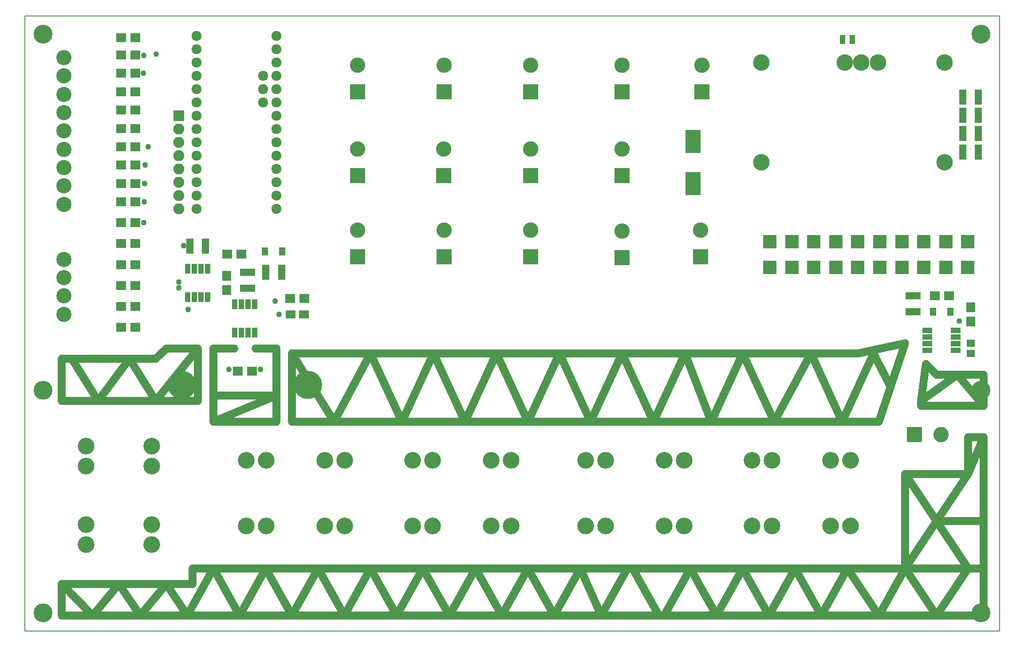
<source format=gbr>
G04 #@! TF.FileFunction,Soldermask,Top*
%FSLAX46Y46*%
G04 Gerber Fmt 4.6, Leading zero omitted, Abs format (unit mm)*
G04 Created by KiCad (PCBNEW 4.0.5) date 05/10/17 18:46:16*
%MOMM*%
%LPD*%
G01*
G04 APERTURE LIST*
%ADD10C,0.100000*%
%ADD11C,1.500000*%
%ADD12C,0.150000*%
%ADD13C,5.400000*%
%ADD14R,2.940000X2.940000*%
%ADD15C,2.940000*%
%ADD16C,3.600000*%
%ADD17O,1.924000X1.924000*%
%ADD18R,1.950000X1.000000*%
%ADD19R,1.000000X1.950000*%
%ADD20R,2.525980X2.525980*%
%ADD21C,3.200000*%
%ADD22R,1.700000X1.900000*%
%ADD23R,1.900000X1.700000*%
%ADD24R,2.900000X1.400000*%
%ADD25R,1.400000X2.900000*%
%ADD26R,1.300000X1.600000*%
%ADD27C,2.900000*%
%ADD28R,1.900000X1.650000*%
%ADD29R,2.100000X2.100000*%
%ADD30O,2.100000X2.100000*%
%ADD31R,2.900000X4.400000*%
%ADD32R,1.100000X1.700000*%
%ADD33C,3.150000*%
%ADD34R,1.650000X1.400000*%
%ADD35C,1.085800*%
G04 APERTURE END LIST*
D10*
D11*
X39623000Y68538000D02*
X13623000Y68538000D01*
X13623000Y76538000D02*
X31623000Y76538000D01*
X13623000Y68538000D02*
X13623000Y76538000D01*
X42623000Y64538000D02*
X54623000Y69538000D01*
X42623000Y64538000D02*
X54623000Y64538000D01*
X54623000Y69538000D02*
X42623000Y69538000D01*
X54623000Y78538000D02*
X54623000Y64538000D01*
X42623000Y78538000D02*
X42623000Y64538000D01*
X43623000Y78538000D02*
X42623000Y78538000D01*
X20623000Y68538000D02*
X15623000Y76538000D01*
X26623000Y76538000D02*
X20623000Y68538000D01*
X31623000Y68538000D02*
X26623000Y76538000D01*
X39623000Y78538000D02*
X31623000Y68538000D01*
X33623000Y78538000D02*
X39623000Y78538000D01*
X31623000Y76538000D02*
X33623000Y78538000D01*
X39623000Y78538000D02*
X39623000Y68538000D01*
X46623000Y78538000D02*
X43623000Y78538000D01*
X50623000Y78538000D02*
X54623000Y78538000D01*
X186623000Y54538000D02*
X189623000Y61538000D01*
X186623000Y54538000D02*
X174623000Y54538000D01*
X186623000Y57538000D02*
X186623000Y54538000D01*
X186623000Y61538000D02*
X186623000Y57538000D01*
X189623000Y61538000D02*
X186623000Y61538000D01*
X189623000Y54538000D02*
X189623000Y61538000D01*
X184623000Y73538000D02*
X189623000Y67538000D01*
X177623000Y68538000D02*
X184623000Y73538000D01*
X177623000Y67538000D02*
X177623000Y68538000D01*
X189623000Y67538000D02*
X177623000Y67538000D01*
X189623000Y73538000D02*
X189623000Y67538000D01*
X180623000Y73538000D02*
X189623000Y73538000D01*
X178623000Y75538000D02*
X180623000Y73538000D01*
X177623000Y68538000D02*
X178623000Y75538000D01*
X168623000Y77538000D02*
X171623000Y71538000D01*
X162623000Y64538000D02*
X168623000Y77538000D01*
X156623000Y77538000D02*
X162623000Y64538000D01*
X149623000Y64538000D02*
X156623000Y77538000D01*
X143623000Y77538000D02*
X149623000Y64538000D01*
X137623000Y64538000D02*
X143623000Y77538000D01*
X132623000Y77538000D02*
X137623000Y64538000D01*
X126623000Y64538000D02*
X132623000Y77538000D01*
X120623000Y77538000D02*
X126623000Y64538000D01*
X114623000Y64538000D02*
X120623000Y77538000D01*
X108623000Y77538000D02*
X114623000Y64538000D01*
X102623000Y64538000D02*
X108623000Y77538000D01*
X96623000Y77538000D02*
X102623000Y64538000D01*
X90623000Y64538000D02*
X96623000Y77538000D01*
X84623000Y77538000D02*
X90623000Y64538000D01*
X78623000Y64538000D02*
X84623000Y77538000D01*
X72623000Y77538000D02*
X78623000Y64538000D01*
X65623000Y64538000D02*
X72623000Y77538000D01*
X57623000Y77538000D02*
X65623000Y64538000D01*
X165623000Y77538000D02*
X57623000Y77538000D01*
X174623000Y79538000D02*
X165623000Y77538000D01*
X169623000Y64538000D02*
X174623000Y79538000D01*
X57623000Y64538000D02*
X169623000Y64538000D01*
X57623000Y77538000D02*
X57623000Y64538000D01*
X186623000Y36538000D02*
X180623000Y27538000D01*
X180623000Y45538000D02*
X189623000Y45538000D01*
X180623000Y45538000D02*
X186623000Y54538000D01*
X180623000Y45538000D02*
X174623000Y54538000D01*
X180623000Y45538000D02*
X186623000Y36538000D01*
X180623000Y45538000D02*
X174623000Y36538000D01*
X174623000Y36538000D02*
X189623000Y36538000D01*
X174623000Y36538000D02*
X180623000Y27538000D01*
X169623000Y27538000D02*
X174623000Y36538000D01*
X163623000Y36538000D02*
X169623000Y27538000D01*
X158623000Y27538000D02*
X163623000Y36538000D01*
X153623000Y36538000D02*
X158623000Y27538000D01*
X148623000Y27538000D02*
X153623000Y36538000D01*
X143623000Y36538000D02*
X148623000Y27538000D01*
X138623000Y27538000D02*
X143623000Y36538000D01*
X133623000Y36538000D02*
X138623000Y27538000D01*
X128623000Y27538000D02*
X133623000Y36538000D01*
X122623000Y36538000D02*
X127623000Y27538000D01*
X116623000Y27538000D02*
X121623000Y36538000D01*
X112623000Y36538000D02*
X116623000Y27538000D01*
X107623000Y27538000D02*
X112623000Y36538000D01*
X102623000Y36538000D02*
X107623000Y27538000D01*
X97623000Y27538000D02*
X102623000Y36538000D01*
X92623000Y36538000D02*
X97623000Y27538000D01*
X87623000Y27538000D02*
X92623000Y36538000D01*
X82623000Y36538000D02*
X87623000Y27538000D01*
X77623000Y27538000D02*
X82623000Y36538000D01*
X72623000Y36538000D02*
X77623000Y27538000D01*
X67623000Y27538000D02*
X72623000Y36538000D01*
X62623000Y36538000D02*
X67623000Y27538000D01*
X57623000Y27538000D02*
X62623000Y36538000D01*
X52623000Y36538000D02*
X57623000Y27538000D01*
X47623000Y27538000D02*
X52623000Y36538000D01*
X42623000Y36538000D02*
X47623000Y27538000D01*
X37623000Y27538000D02*
X42623000Y36538000D01*
X33623000Y33538000D02*
X37623000Y27538000D01*
X28623000Y27538000D02*
X33623000Y33538000D01*
X24623000Y33538000D02*
X28623000Y27538000D01*
X19623000Y27538000D02*
X24623000Y33538000D01*
X13623000Y33538000D02*
X19623000Y27538000D01*
X38623000Y33538000D02*
X13623000Y33538000D01*
X38623000Y36538000D02*
X38623000Y33538000D01*
X174623000Y36538000D02*
X38623000Y36538000D01*
X174623000Y54538000D02*
X174623000Y36538000D01*
X189623000Y27538000D02*
X189623000Y54538000D01*
X13623000Y27538000D02*
X189623000Y27538000D01*
X13623000Y27538000D02*
X13623000Y33538000D01*
D12*
X192623000Y24538000D02*
X192623000Y142038000D01*
X6623000Y24538000D02*
X192623000Y24538000D01*
X6623000Y142038000D02*
X6623000Y24538000D01*
X192623000Y142038000D02*
X6623000Y142038000D01*
D13*
X60623000Y71538000D03*
D14*
X135623000Y95998000D03*
D15*
X135623000Y101078000D03*
D14*
X86623000Y95998000D03*
D15*
X86623000Y101078000D03*
D16*
X10123000Y70538000D03*
X189123000Y70538000D03*
D17*
X54668000Y105138000D03*
X39428000Y105138000D03*
X54668000Y110218000D03*
X54668000Y112758000D03*
X54668000Y107678000D03*
X39428000Y107678000D03*
X39428000Y110218000D03*
X54668000Y120378000D03*
X39428000Y112758000D03*
X54668000Y117838000D03*
X39428000Y115298000D03*
X54668000Y122918000D03*
X52123000Y127998000D03*
X54668000Y115298000D03*
X52123000Y130538000D03*
X54668000Y133078000D03*
X39428000Y120378000D03*
X52123000Y125458000D03*
X54668000Y138158000D03*
X54668000Y135618000D03*
X39428000Y122918000D03*
X39428000Y125458000D03*
X39428000Y138158000D03*
X39428000Y127998000D03*
X39428000Y117838000D03*
X39428000Y130538000D03*
X39428000Y133078000D03*
X39428000Y135618000D03*
X54668000Y127998000D03*
X54668000Y125458000D03*
X54668000Y130538000D03*
D18*
X178843000Y81953000D03*
X178843000Y80683000D03*
X178843000Y79413000D03*
X178843000Y78143000D03*
X184243000Y78143000D03*
X184243000Y79413000D03*
X184243000Y80683000D03*
X184243000Y81953000D03*
D19*
X46713000Y81538000D03*
X47983000Y81538000D03*
X49253000Y81538000D03*
X50523000Y81538000D03*
X50523000Y86938000D03*
X49253000Y86938000D03*
X47983000Y86938000D03*
X46713000Y86938000D03*
D20*
X186583560Y94001500D03*
X186583560Y98865600D03*
X182382400Y94001500D03*
X182382400Y98865600D03*
X178183780Y94001500D03*
X178183780Y98865600D03*
X173982620Y94001500D03*
X173982620Y98865600D03*
X169784000Y94001500D03*
X169784000Y98865600D03*
X165582840Y94001500D03*
X165582840Y98865600D03*
X161384220Y94001500D03*
X161384220Y98865600D03*
X157183060Y94001500D03*
X157183060Y98865600D03*
X152984440Y94001500D03*
X152984440Y98865600D03*
X148783280Y94001500D03*
X148788360Y98865600D03*
D21*
X113632847Y57136163D03*
X117432847Y57136163D03*
X113632847Y44636163D03*
X117432847Y44636163D03*
X128632847Y57136163D03*
X132432847Y57136163D03*
X128632847Y44636163D03*
X132432847Y44636163D03*
X48862847Y57136163D03*
X52662847Y57136163D03*
X48862847Y44636163D03*
X52662847Y44636163D03*
X63862847Y57136163D03*
X67662847Y57136163D03*
X63862847Y44636163D03*
X67662847Y44636163D03*
X80602847Y57136163D03*
X84402847Y57136163D03*
X80602847Y44636163D03*
X84402847Y44636163D03*
X95602847Y57136163D03*
X99402847Y57136163D03*
X95602847Y44636163D03*
X99402847Y44636163D03*
X145382847Y57136163D03*
X149182847Y57136163D03*
X145382847Y44636163D03*
X149182847Y44636163D03*
X160382847Y57136163D03*
X164182847Y57136163D03*
X160382847Y44636163D03*
X164182847Y44636163D03*
X18332847Y41066163D03*
X18332847Y44866163D03*
X30832847Y41066163D03*
X30832847Y44866163D03*
X18332847Y56066163D03*
X18332847Y59866163D03*
X30832847Y56066163D03*
X30832847Y59866163D03*
D22*
X45123000Y92388000D03*
X45123000Y89688000D03*
D23*
X45273000Y96538000D03*
X47973000Y96538000D03*
D22*
X187123000Y86388000D03*
X187123000Y83688000D03*
D23*
X182973000Y88538000D03*
X180273000Y88538000D03*
X27744000Y127538000D03*
X25044000Y127538000D03*
X27744000Y124038000D03*
X25044000Y124038000D03*
X27744000Y120538000D03*
X25044000Y120538000D03*
X27744000Y117038000D03*
X25044000Y117038000D03*
X27744000Y113538000D03*
X25044000Y113538000D03*
X27744000Y110038000D03*
X25044000Y110038000D03*
X27744000Y106538000D03*
X25044000Y106538000D03*
X27744000Y102538000D03*
X25044000Y102538000D03*
X27744000Y98538000D03*
X25044000Y98538000D03*
X27744000Y94538000D03*
X25044000Y94538000D03*
X27744000Y90538000D03*
X25044000Y90538000D03*
X27744000Y86538000D03*
X25044000Y86538000D03*
X27744000Y82538000D03*
X25044000Y82538000D03*
X27744000Y137869500D03*
X25044000Y137869500D03*
X27744000Y134538000D03*
X25044000Y134538000D03*
X27744000Y131038000D03*
X25044000Y131038000D03*
D24*
X49123000Y90038000D03*
X49123000Y93038000D03*
D25*
X41123000Y98038000D03*
X38123000Y98038000D03*
X55623000Y93038000D03*
X52623000Y93038000D03*
D26*
X55773000Y97038000D03*
X52473000Y97038000D03*
X179973000Y85538000D03*
X183273000Y85538000D03*
D14*
X176427000Y62077000D03*
D15*
X181507000Y62077000D03*
D14*
X86599000Y111532200D03*
D15*
X86599000Y116612200D03*
D14*
X135823000Y127498000D03*
D15*
X135823000Y132578000D03*
D14*
X120623000Y95876867D03*
D15*
X120623000Y100956867D03*
D14*
X70123000Y127498000D03*
D15*
X70123000Y132578000D03*
D14*
X70139800Y111506800D03*
D15*
X70139800Y116586800D03*
D14*
X120623000Y127498000D03*
D15*
X120623000Y132578000D03*
D14*
X103123000Y95998000D03*
D15*
X103123000Y101078000D03*
D14*
X86623000Y127498000D03*
D15*
X86623000Y132578000D03*
D14*
X103123000Y127498000D03*
D15*
X103123000Y132578000D03*
D27*
X14123000Y95538000D03*
X14123000Y92038000D03*
X14123000Y88538000D03*
X14123000Y85038000D03*
X14123000Y106038000D03*
X14123000Y109538000D03*
X14123000Y113038000D03*
X14123000Y116538000D03*
X14123000Y120038000D03*
X14123000Y123538000D03*
X14123000Y127038000D03*
X14123000Y130538000D03*
X14123000Y134038000D03*
D19*
X41528000Y93738000D03*
X40258000Y93738000D03*
X38988000Y93738000D03*
X37718000Y93738000D03*
X37718000Y88338000D03*
X38988000Y88338000D03*
X40258000Y88338000D03*
X41528000Y88338000D03*
D24*
X176123000Y85538000D03*
X176123000Y88538000D03*
D28*
X57373000Y85038000D03*
X59873000Y85038000D03*
D23*
X57273000Y88038000D03*
X59973000Y88038000D03*
X47283000Y74168000D03*
X49983000Y74168000D03*
D14*
X70123000Y95998000D03*
D15*
X70123000Y101078000D03*
D16*
X189123000Y138538000D03*
X189123000Y28038000D03*
X10123000Y28038000D03*
X10123000Y138538000D03*
D29*
X36003000Y122918000D03*
D30*
X36003000Y120378000D03*
X36003000Y117838000D03*
X36003000Y115298000D03*
X36003000Y112758000D03*
X36003000Y110218000D03*
X36003000Y107678000D03*
X36003000Y105138000D03*
D25*
X185623000Y119538000D03*
X188623000Y119538000D03*
X185623000Y126538000D03*
X188623000Y126538000D03*
X185623000Y116038000D03*
X188623000Y116038000D03*
X185623000Y123038000D03*
X188623000Y123038000D03*
D31*
X134123000Y118038000D03*
X134123000Y110038000D03*
D14*
X103123000Y111498000D03*
D15*
X103123000Y116578000D03*
D14*
X120623000Y111498000D03*
D15*
X120623000Y116578000D03*
D32*
X162673000Y137538000D03*
X164573000Y137538000D03*
D33*
X182123000Y114038000D03*
X147198000Y114038000D03*
X147198000Y133088000D03*
X182123000Y133088000D03*
X163073000Y133088000D03*
X166248000Y133088000D03*
X169423000Y133088000D03*
D34*
X187123000Y79538000D03*
X187123000Y77538000D03*
D13*
X36623000Y71538000D03*
D35*
X36923000Y98138000D03*
X184923000Y83738000D03*
X54423000Y87538000D03*
X36023000Y90138000D03*
X36023000Y91238000D03*
X29223000Y131038000D03*
X29305509Y134490647D03*
X31656383Y134738000D03*
X30175656Y117038000D03*
X29613756Y113538000D03*
X29494285Y110038000D03*
X29386909Y106538000D03*
X29323000Y102538000D03*
X37796189Y85910169D03*
X45623000Y74538000D03*
X55123000Y85038000D03*
X51623000Y74538000D03*
M02*

</source>
